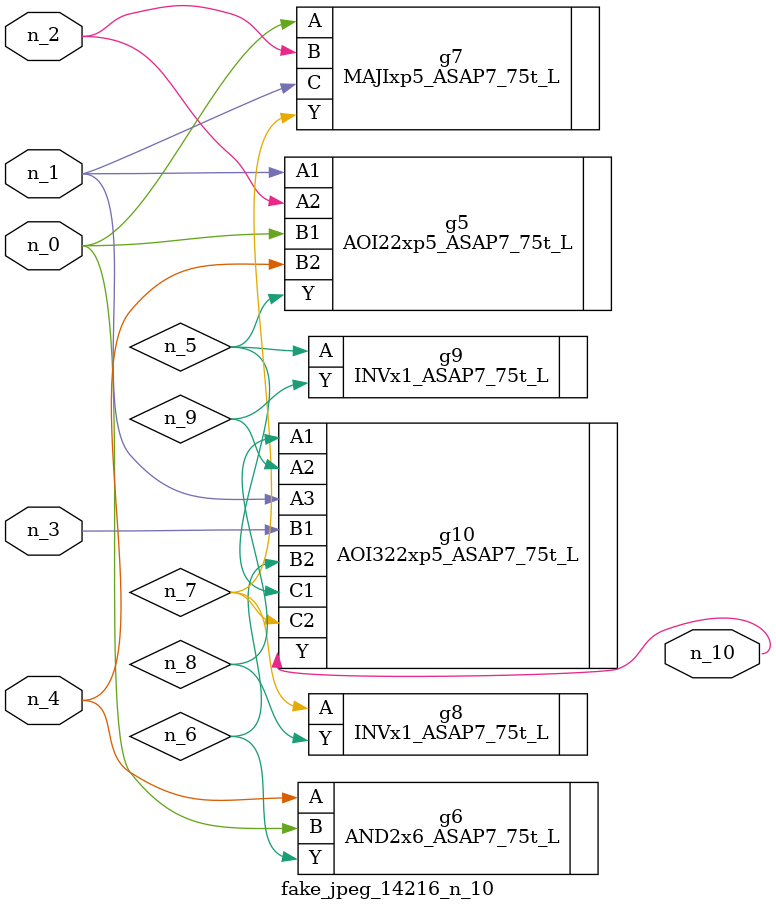
<source format=v>
module fake_jpeg_14216_n_10 (n_3, n_2, n_1, n_0, n_4, n_10);

input n_3;
input n_2;
input n_1;
input n_0;
input n_4;

output n_10;

wire n_8;
wire n_9;
wire n_6;
wire n_5;
wire n_7;

AOI22xp5_ASAP7_75t_L g5 ( 
.A1(n_1),
.A2(n_2),
.B1(n_0),
.B2(n_4),
.Y(n_5)
);

AND2x6_ASAP7_75t_L g6 ( 
.A(n_4),
.B(n_0),
.Y(n_6)
);

MAJIxp5_ASAP7_75t_L g7 ( 
.A(n_0),
.B(n_2),
.C(n_1),
.Y(n_7)
);

INVx1_ASAP7_75t_L g8 ( 
.A(n_7),
.Y(n_8)
);

AOI322xp5_ASAP7_75t_L g10 ( 
.A1(n_8),
.A2(n_9),
.A3(n_1),
.B1(n_3),
.B2(n_6),
.C1(n_5),
.C2(n_7),
.Y(n_10)
);

INVx1_ASAP7_75t_L g9 ( 
.A(n_5),
.Y(n_9)
);


endmodule
</source>
